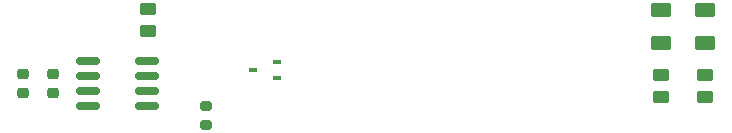
<source format=gbr>
%TF.GenerationSoftware,KiCad,Pcbnew,7.0.8*%
%TF.CreationDate,2024-01-21T00:30:14-07:00*%
%TF.ProjectId,telemetry,74656c65-6d65-4747-9279-2e6b69636164,v1*%
%TF.SameCoordinates,Original*%
%TF.FileFunction,Paste,Top*%
%TF.FilePolarity,Positive*%
%FSLAX46Y46*%
G04 Gerber Fmt 4.6, Leading zero omitted, Abs format (unit mm)*
G04 Created by KiCad (PCBNEW 7.0.8) date 2024-01-21 00:30:14*
%MOMM*%
%LPD*%
G01*
G04 APERTURE LIST*
G04 Aperture macros list*
%AMRoundRect*
0 Rectangle with rounded corners*
0 $1 Rounding radius*
0 $2 $3 $4 $5 $6 $7 $8 $9 X,Y pos of 4 corners*
0 Add a 4 corners polygon primitive as box body*
4,1,4,$2,$3,$4,$5,$6,$7,$8,$9,$2,$3,0*
0 Add four circle primitives for the rounded corners*
1,1,$1+$1,$2,$3*
1,1,$1+$1,$4,$5*
1,1,$1+$1,$6,$7*
1,1,$1+$1,$8,$9*
0 Add four rect primitives between the rounded corners*
20,1,$1+$1,$2,$3,$4,$5,0*
20,1,$1+$1,$4,$5,$6,$7,0*
20,1,$1+$1,$6,$7,$8,$9,0*
20,1,$1+$1,$8,$9,$2,$3,0*%
G04 Aperture macros list end*
%ADD10RoundRect,0.225000X0.250000X-0.225000X0.250000X0.225000X-0.250000X0.225000X-0.250000X-0.225000X0*%
%ADD11RoundRect,0.250000X-0.625000X0.375000X-0.625000X-0.375000X0.625000X-0.375000X0.625000X0.375000X0*%
%ADD12RoundRect,0.250000X0.450000X-0.262500X0.450000X0.262500X-0.450000X0.262500X-0.450000X-0.262500X0*%
%ADD13RoundRect,0.150000X-0.825000X-0.150000X0.825000X-0.150000X0.825000X0.150000X-0.825000X0.150000X0*%
%ADD14R,0.700000X0.450000*%
%ADD15RoundRect,0.250000X-0.450000X0.262500X-0.450000X-0.262500X0.450000X-0.262500X0.450000X0.262500X0*%
%ADD16RoundRect,0.200000X-0.275000X0.200000X-0.275000X-0.200000X0.275000X-0.200000X0.275000X0.200000X0*%
G04 APERTURE END LIST*
D10*
%TO.C,C2*%
X112510000Y-75275000D03*
X112510000Y-73725000D03*
%TD*%
D11*
%TO.C,D2*%
X164000000Y-68277500D03*
X164000000Y-71077500D03*
%TD*%
D12*
%TO.C,R4*%
X164000000Y-75600000D03*
X164000000Y-73775000D03*
%TD*%
D13*
%TO.C,U2*%
X115525000Y-72595000D03*
X115525000Y-73865000D03*
X115525000Y-75135000D03*
X115525000Y-76405000D03*
X120475000Y-76405000D03*
X120475000Y-75135000D03*
X120475000Y-73865000D03*
X120475000Y-72595000D03*
%TD*%
D12*
%TO.C,R3*%
X167700000Y-75612500D03*
X167700000Y-73787500D03*
%TD*%
D14*
%TO.C,D1*%
X131500000Y-74010000D03*
X131500000Y-72710000D03*
X129500000Y-73360000D03*
%TD*%
D10*
%TO.C,C1*%
X110000000Y-75275000D03*
X110000000Y-73725000D03*
%TD*%
D15*
%TO.C,R1*%
X120600000Y-68187500D03*
X120600000Y-70012500D03*
%TD*%
D11*
%TO.C,D3*%
X167700000Y-68300000D03*
X167700000Y-71100000D03*
%TD*%
D16*
%TO.C,R2*%
X125500000Y-76360000D03*
X125500000Y-78010000D03*
%TD*%
M02*

</source>
